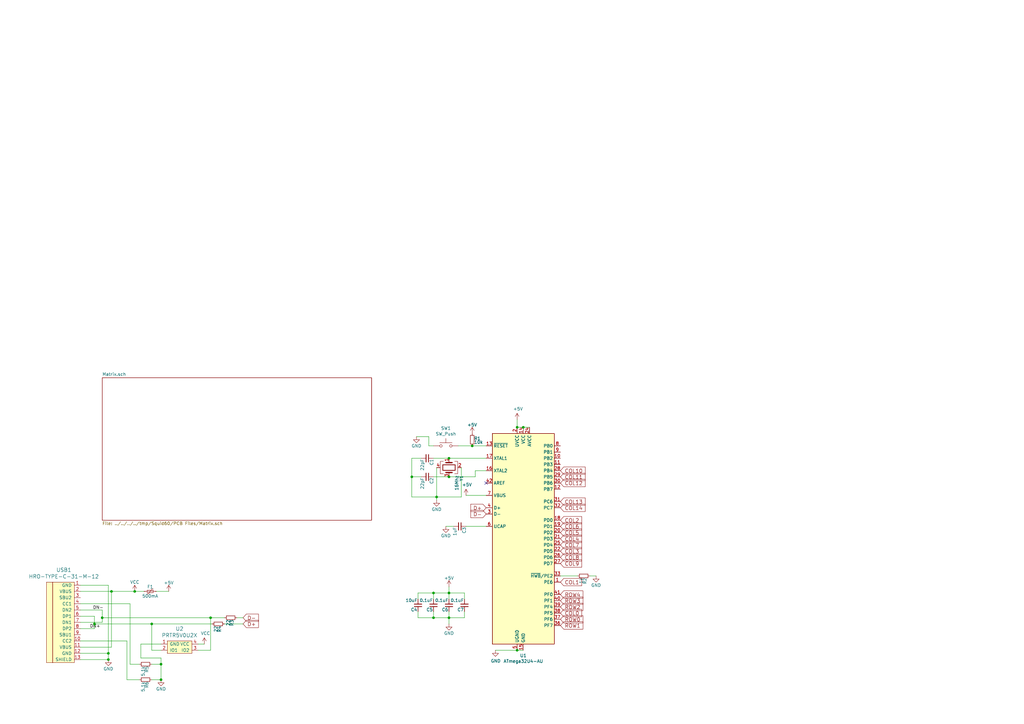
<source format=kicad_sch>
(kicad_sch (version 20230121) (generator eeschema)
  (paper "A3")
  (lib_symbols
    (symbol "Device:C_Small" (pin_numbers hide) (pin_names (offset 0.254) hide)
      (property "Reference" "C" (at 0.254 1.778 0))
      (property "Value" "C_Small" (at 0.254 -2.032 0))
      (symbol "C_Small_0_1"
        (polyline (pts (xy -1.524 -0.508) (xy 1.524 -0.508)) (stroke (width 0.3302)))
        (polyline (pts (xy -1.524 0.508) (xy 1.524 0.508)) (stroke (width 0.3048)))
      )
      (symbol "C_Small_1_1"
        (pin passive line (at 0 2.54 270) (length 2.032) (name "~") (number "1"))
        (pin passive line (at 0 -2.54 90) (length 2.032) (name "~") (number "2"))
      )
    )
    (symbol "Device:Crystal_GND24" (pin_names (offset 1.016) hide)
      (property "Reference" "Y" (at 3.175 5.08 0))
      (property "Value" "Crystal_GND24" (at 3.175 3.175 0))
      (symbol "Crystal_GND24_0_1"
        (rectangle (start -1.143 2.54) (end 1.143 -2.54) (stroke (width 0.3048)))
        (polyline (pts (xy -2.54 0) (xy -2.032 0)))
        (polyline (pts (xy -2.032 -1.27) (xy -2.032 1.27)) (stroke (width 0.508)))
        (polyline (pts (xy 0 -3.81) (xy 0 -3.556)))
        (polyline (pts (xy 0 3.556) (xy 0 3.81)))
        (polyline (pts (xy 2.032 -1.27) (xy 2.032 1.27)) (stroke (width 0.508)))
        (polyline (pts (xy 2.032 0) (xy 2.54 0)))
        (polyline (pts (xy -2.54 -2.286) (xy -2.54 -3.556) (xy 2.54 -3.556) (xy 2.54 -2.286)))
        (polyline (pts (xy -2.54 2.286) (xy -2.54 3.556) (xy 2.54 3.556) (xy 2.54 2.286)))
      )
      (symbol "Crystal_GND24_1_1"
        (pin passive line (at -3.81 0 0) (length 1.27) (name "1") (number "1"))
        (pin passive line (at 0 5.08 270) (length 1.27) (name "2") (number "2"))
        (pin passive line (at 3.81 0 180) (length 1.27) (name "3") (number "3"))
        (pin passive line (at 0 -5.08 90) (length 1.27) (name "4") (number "4"))
      )
    )
    (symbol "Device:Polyfuse_Small" (pin_numbers hide) (pin_names (offset 0))
      (property "Reference" "F" (at -1.905 0 90))
      (property "Value" "Polyfuse_Small" (at 1.905 0 90))
      (symbol "Polyfuse_Small_0_1"
        (rectangle (start -0.508 1.27) (end 0.508 -1.27))
        (polyline (pts (xy 0 2.54) (xy 0 -2.54)))
        (polyline (pts (xy -1.016 1.27) (xy -1.016 0.762) (xy 1.016 -0.762) (xy 1.016 -1.27)))
      )
      (symbol "Polyfuse_Small_1_1"
        (pin passive line (at 0 2.54 270) (length 0.635) (name "~") (number "1"))
        (pin passive line (at 0 -2.54 90) (length 0.635) (name "~") (number "2"))
      )
    )
    (symbol "Device:R_Small" (pin_numbers hide) (pin_names (offset 0.254) hide)
      (property "Reference" "R" (at 0.762 0.508 0))
      (property "Value" "R_Small" (at 0.762 -1.016 0))
      (symbol "R_Small_0_1"
        (rectangle (start -0.762 1.778) (end 0.762 -1.778) (stroke (width 0.2032)))
      )
      (symbol "R_Small_1_1"
        (pin passive line (at 0 2.54 270) (length 0.762) (name "~") (number "1"))
        (pin passive line (at 0 -2.54 90) (length 0.762) (name "~") (number "2"))
      )
    )
    (symbol "Squid60-rescue:ATmega32U4-AU-MCU_Microchip_ATmega"
      (property "Reference" "U" (at -12.7 44.45 0))
      (property "Value" "MCU_Microchip_ATmega_ATmega32U4-AU" (at 2.54 -44.45 0))
      (symbol "ATmega32U4-AU-MCU_Microchip_ATmega_0_1"
        (rectangle (start -12.7 -43.18) (end 12.7 43.18) (stroke (width 0.254)) (fill (type background)))
      )
      (symbol "ATmega32U4-AU-MCU_Microchip_ATmega_1_1"
        (pin bidirectional line (at 15.24 -17.78 180) (length 2.54) (name "PE6") (number "1"))
        (pin bidirectional line (at 15.24 33.02 180) (length 2.54) (name "PB2") (number "10"))
        (pin bidirectional line (at 15.24 30.48 180) (length 2.54) (name "PB3") (number "11"))
        (pin bidirectional line (at 15.24 20.32 180) (length 2.54) (name "PB7") (number "12"))
        (pin input line (at -15.24 38.1 0) (length 2.54) (name "~{RESET}") (number "13"))
        (pin power_in line (at 0 45.72 270) (length 2.54) (name "VCC") (number "14"))
        (pin power_in line (at 0 -45.72 90) (length 2.54) (name "GND") (number "15"))
        (pin output line (at -15.24 27.94 0) (length 2.54) (name "XTAL2") (number "16"))
        (pin input line (at -15.24 33.02 0) (length 2.54) (name "XTAL1") (number "17"))
        (pin bidirectional line (at 15.24 7.62 180) (length 2.54) (name "PD0") (number "18"))
        (pin bidirectional line (at 15.24 5.08 180) (length 2.54) (name "PD1") (number "19"))
        (pin power_in line (at -2.54 45.72 270) (length 2.54) (name "UVCC") (number "2"))
        (pin bidirectional line (at 15.24 2.54 180) (length 2.54) (name "PD2") (number "20"))
        (pin bidirectional line (at 15.24 0 180) (length 2.54) (name "PD3") (number "21"))
        (pin bidirectional line (at 15.24 -5.08 180) (length 2.54) (name "PD5") (number "22"))
        (pin passive line (at 0 -45.72 90) (length 2.54) hide (name "GND") (number "23"))
        (pin power_in line (at 2.54 45.72 270) (length 2.54) (name "AVCC") (number "24"))
        (pin bidirectional line (at 15.24 -2.54 180) (length 2.54) (name "PD4") (number "25"))
        (pin bidirectional line (at 15.24 -7.62 180) (length 2.54) (name "PD6") (number "26"))
        (pin bidirectional line (at 15.24 -10.16 180) (length 2.54) (name "PD7") (number "27"))
        (pin bidirectional line (at 15.24 27.94 180) (length 2.54) (name "PB4") (number "28"))
        (pin bidirectional line (at 15.24 25.4 180) (length 2.54) (name "PB5") (number "29"))
        (pin bidirectional line (at -15.24 10.16 0) (length 2.54) (name "D-") (number "3"))
        (pin bidirectional line (at 15.24 22.86 180) (length 2.54) (name "PB6") (number "30"))
        (pin bidirectional line (at 15.24 15.24 180) (length 2.54) (name "PC6") (number "31"))
        (pin bidirectional line (at 15.24 12.7 180) (length 2.54) (name "PC7") (number "32"))
        (pin bidirectional line (at 15.24 -15.24 180) (length 2.54) (name "~{HWB}/PE2") (number "33"))
        (pin passive line (at 0 45.72 270) (length 2.54) hide (name "VCC") (number "34"))
        (pin passive line (at 0 -45.72 90) (length 2.54) hide (name "GND") (number "35"))
        (pin bidirectional line (at 15.24 -35.56 180) (length 2.54) (name "PF7") (number "36"))
        (pin bidirectional line (at 15.24 -33.02 180) (length 2.54) (name "PF6") (number "37"))
        (pin bidirectional line (at 15.24 -30.48 180) (length 2.54) (name "PF5") (number "38"))
        (pin bidirectional line (at 15.24 -27.94 180) (length 2.54) (name "PF4") (number "39"))
        (pin bidirectional line (at -15.24 12.7 0) (length 2.54) (name "D+") (number "4"))
        (pin bidirectional line (at 15.24 -25.4 180) (length 2.54) (name "PF1") (number "40"))
        (pin bidirectional line (at 15.24 -22.86 180) (length 2.54) (name "PF0") (number "41"))
        (pin passive line (at -15.24 22.86 0) (length 2.54) (name "AREF") (number "42"))
        (pin passive line (at 0 -45.72 90) (length 2.54) hide (name "GND") (number "43"))
        (pin passive line (at 2.54 45.72 270) (length 2.54) hide (name "AVCC") (number "44"))
        (pin passive line (at -2.54 -45.72 90) (length 2.54) (name "UGND") (number "5"))
        (pin passive line (at -15.24 5.08 0) (length 2.54) (name "UCAP") (number "6"))
        (pin input line (at -15.24 17.78 0) (length 2.54) (name "VBUS") (number "7"))
        (pin bidirectional line (at 15.24 38.1 180) (length 2.54) (name "PB0") (number "8"))
        (pin bidirectional line (at 15.24 35.56 180) (length 2.54) (name "PB1") (number "9"))
      )
    )
    (symbol "Switch:SW_Push" (pin_numbers hide) (pin_names (offset 1.016) hide)
      (property "Reference" "SW" (at 1.27 2.54 0))
      (property "Value" "SW_Push" (at 0 -1.524 0))
      (symbol "SW_Push_0_1"
        (circle (center -2.032 0) (radius 0.508))
        (polyline (pts (xy 0 1.27) (xy 0 3.048)))
        (polyline (pts (xy 2.54 1.27) (xy -2.54 1.27)))
        (circle (center 2.032 0) (radius 0.508))
        (pin passive line (at -5.08 0 0) (length 2.54) (name "1") (number "1"))
        (pin passive line (at 5.08 0 180) (length 2.54) (name "2") (number "2"))
      )
    )
    (symbol "Type-C:HRO-TYPE-C-31-M-12" (pin_names (offset 1.016))
      (property "Reference" "USB" (at -5.08 16.51 0))
      (property "Value" "HRO-TYPE-C-31-M-12" (at -10.16 -1.27 90))
      (symbol "HRO-TYPE-C-31-M-12_0_1"
        (rectangle (start -11.43 15.24) (end -8.89 -17.78) (fill (type background)))
        (rectangle (start 0 -17.78) (end -8.89 15.24) (fill (type background)))
      )
      (symbol "HRO-TYPE-C-31-M-12_1_1"
        (pin input line (at 2.54 13.97 180) (length 2.54) (name "GND") (number "1"))
        (pin input line (at 2.54 -8.89 180) (length 2.54) (name "CC2") (number "10"))
        (pin input line (at 2.54 -11.43 180) (length 2.54) (name "VBUS") (number "11"))
        (pin input line (at 2.54 -13.97 180) (length 2.54) (name "GND") (number "12"))
        (pin input line (at 2.54 -16.51 180) (length 2.54) (name "SHIELD") (number "13"))
        (pin input line (at 2.54 11.43 180) (length 2.54) (name "VBUS") (number "2"))
        (pin input line (at 2.54 8.89 180) (length 2.54) (name "SBU2") (number "3"))
        (pin input line (at 2.54 6.35 180) (length 2.54) (name "CC1") (number "4"))
        (pin input line (at 2.54 3.81 180) (length 2.54) (name "DN2") (number "5"))
        (pin input line (at 2.54 1.27 180) (length 2.54) (name "DP1") (number "6"))
        (pin input line (at 2.54 -1.27 180) (length 2.54) (name "DN1") (number "7"))
        (pin input line (at 2.54 -3.81 180) (length 2.54) (name "DP2") (number "8"))
        (pin input line (at 2.54 -6.35 180) (length 2.54) (name "SBU1") (number "9"))
      )
    )
    (symbol "power:+5V" (power) (pin_names (offset 0))
      (property "Value" "+5V" (at 0 3.556 0))
      (symbol "+5V_0_1"
        (polyline (pts (xy -0.762 1.27) (xy 0 2.54)))
        (polyline (pts (xy 0 0) (xy 0 2.54)))
        (polyline (pts (xy 0 2.54) (xy 0.762 1.27)))
      )
      (symbol "+5V_1_1"
        (pin power_in line (at 0 0 90) (length 0) hide (name "+5V") (number "1"))
      )
    )
    (symbol "power:GND" (power) (pin_names (offset 0))
      (property "Value" "GND" (at 0 -3.81 0))
      (symbol "GND_0_1"
        (polyline (pts (xy 0 0) (xy 0 -1.27) (xy 1.27 -1.27) (xy 0 -2.54) (xy -1.27 -1.27) (xy 0 -1.27)))
      )
      (symbol "GND_1_1"
        (pin power_in line (at 0 0 270) (length 0) hide (name "GND") (number "1"))
      )
    )
    (symbol "power:VCC" (power) (pin_names (offset 0))
      (property "Value" "VCC" (at 0 3.81 0))
      (symbol "VCC_0_1"
        (polyline (pts (xy -0.762 1.27) (xy 0 2.54)))
        (polyline (pts (xy 0 0) (xy 0 2.54)))
        (polyline (pts (xy 0 2.54) (xy 0.762 1.27)))
      )
      (symbol "VCC_1_1"
        (pin power_in line (at 0 0 90) (length 0) hide (name "VCC") (number "1"))
      )
    )
    (symbol "random-keyboard-parts:PRTR5V0U2X" (pin_names (offset 1.016))
      (property "Reference" "U" (at 0 3.81 0))
      (property "Value" "PRTR5V0U2X" (at 0 -3.81 0))
      (symbol "PRTR5V0U2X_0_1"
        (rectangle (start -5.08 2.54) (end 5.08 -2.54) (fill (type background)))
      )
      (symbol "PRTR5V0U2X_1_1"
        (pin input line (at -7.62 1.27 0) (length 2.54) (name "GND") (number "1"))
        (pin input line (at -7.62 -1.27 0) (length 2.54) (name "IO1") (number "2"))
        (pin input line (at 7.62 -1.27 180) (length 2.54) (name "IO2") (number "3"))
        (pin input line (at 7.62 1.27 180) (length 2.54) (name "VCC") (number "4"))
      )
    )
  )
  (junction (at 177.8 253.365))
  (junction (at 62.23 255.905))
  (junction (at 212.09 175.26))
  (junction (at 177.8 243.205))
  (junction (at 184.15 243.205))
  (junction (at 193.675 182.88))
  (junction (at 66.04 278.765))
  (junction (at 179.07 203.835))
  (junction (at 44.45 270.51))
  (junction (at 38.735 255.905))
  (junction (at 45.72 242.57))
  (junction (at 168.91 195.58))
  (junction (at 184.15 253.365))
  (junction (at 212.09 266.7))
  (junction (at 184.15 195.58))
  (junction (at 44.45 267.97))
  (junction (at 41.91 253.365))
  (junction (at 66.04 272.415))
  (junction (at 55.245 242.57))
  (junction (at 86.36 253.365))
  (junction (at 184.15 187.96))
  (junction (at 214.63 175.26))
  (no_connect (at 199.39 198.12))
  (wire (pts (xy 236.855 236.22) (xy 229.87 236.22)))
  (wire (pts (xy 177.8 187.96) (xy 184.15 187.96)))
  (wire (pts (xy 52.07 278.765) (xy 57.15 278.765)))
  (wire (pts (xy 187.96 182.88) (xy 193.675 182.88)))
  (wire (pts (xy 184.15 253.365) (xy 190.5 253.365)))
  (wire (pts (xy 45.72 265.43) (xy 33.02 265.43)))
  (wire (pts (xy 177.8 253.365) (xy 184.15 253.365)))
  (wire (pts (xy 45.72 242.57) (xy 45.72 265.43)))
  (wire (pts (xy 66.04 278.765) (xy 62.23 278.765)))
  (wire (pts (xy 44.45 240.03) (xy 33.02 240.03)))
  (wire (pts (xy 182.88 215.9) (xy 186.055 215.9)))
  (wire (pts (xy 44.45 240.03) (xy 44.45 267.97)))
  (wire (pts (xy 66.04 272.415) (xy 66.04 269.875)))
  (wire (pts (xy 69.215 242.57) (xy 64.135 242.57)))
  (wire (pts (xy 66.04 266.7) (xy 62.23 266.7)))
  (wire (pts (xy 83.82 264.16) (xy 81.28 264.16)))
  (wire (pts (xy 171.45 253.365) (xy 171.45 250.825)))
  (wire (pts (xy 57.785 269.875) (xy 57.785 264.16)))
  (wire (pts (xy 38.735 257.81) (xy 33.02 257.81)))
  (wire (pts (xy 203.2 266.7) (xy 212.09 266.7)))
  (wire (pts (xy 194.945 195.58) (xy 184.15 195.58)))
  (wire (pts (xy 62.23 272.415) (xy 66.04 272.415)))
  (wire (pts (xy 177.8 250.825) (xy 177.8 253.365)))
  (wire (pts (xy 33.02 267.97) (xy 44.45 267.97)))
  (wire (pts (xy 179.07 191.77) (xy 179.07 203.835)))
  (wire (pts (xy 55.245 242.57) (xy 59.055 242.57)))
  (wire (pts (xy 184.15 243.205) (xy 190.5 243.205)))
  (wire (pts (xy 33.02 262.89) (xy 52.07 262.89)))
  (wire (pts (xy 184.15 240.665) (xy 184.15 243.205)))
  (wire (pts (xy 92.075 255.905) (xy 99.695 255.905)))
  (wire (pts (xy 41.91 253.365) (xy 41.91 250.19)))
  (wire (pts (xy 168.91 195.58) (xy 172.72 195.58)))
  (wire (pts (xy 97.155 253.365) (xy 99.695 253.365)))
  (wire (pts (xy 171.45 243.205) (xy 177.8 243.205)))
  (wire (pts (xy 175.895 179.07) (xy 175.895 182.88)))
  (wire (pts (xy 217.17 175.26) (xy 214.63 175.26)))
  (wire (pts (xy 41.91 255.27) (xy 41.91 253.365)))
  (wire (pts (xy 193.675 182.88) (xy 199.39 182.88)))
  (wire (pts (xy 244.475 236.22) (xy 241.935 236.22)))
  (wire (pts (xy 86.36 266.7) (xy 86.36 253.365)))
  (wire (pts (xy 171.45 245.745) (xy 171.45 243.205)))
  (wire (pts (xy 212.09 266.7) (xy 214.63 266.7)))
  (wire (pts (xy 66.04 269.875) (xy 57.785 269.875)))
  (wire (pts (xy 194.945 193.04) (xy 194.945 195.58)))
  (wire (pts (xy 38.735 255.905) (xy 62.23 255.905)))
  (wire (pts (xy 214.63 175.26) (xy 212.09 175.26)))
  (wire (pts (xy 177.8 243.205) (xy 177.8 245.745)))
  (wire (pts (xy 33.02 252.73) (xy 38.735 252.73)))
  (wire (pts (xy 33.02 242.57) (xy 45.72 242.57)))
  (wire (pts (xy 212.09 172.085) (xy 212.09 175.26)))
  (wire (pts (xy 184.15 243.205) (xy 184.15 245.745)))
  (wire (pts (xy 41.91 253.365) (xy 86.36 253.365)))
  (wire (pts (xy 170.815 179.07) (xy 175.895 179.07)))
  (wire (pts (xy 199.39 203.2) (xy 191.135 203.2)))
  (wire (pts (xy 194.945 193.04) (xy 199.39 193.04)))
  (wire (pts (xy 53.34 247.65) (xy 53.34 272.415)))
  (wire (pts (xy 184.15 250.825) (xy 184.15 253.365)))
  (wire (pts (xy 189.23 203.835) (xy 189.23 191.77)))
  (wire (pts (xy 52.07 262.89) (xy 52.07 278.765)))
  (wire (pts (xy 45.72 242.57) (xy 55.245 242.57)))
  (wire (pts (xy 66.04 272.415) (xy 66.04 278.765)))
  (wire (pts (xy 179.07 203.835) (xy 179.07 205.105)))
  (wire (pts (xy 38.735 252.73) (xy 38.735 255.905)))
  (wire (pts (xy 81.28 266.7) (xy 86.36 266.7)))
  (wire (pts (xy 62.23 266.7) (xy 62.23 255.905)))
  (wire (pts (xy 184.15 187.96) (xy 199.39 187.96)))
  (wire (pts (xy 44.45 267.97) (xy 44.45 270.51)))
  (wire (pts (xy 175.895 182.88) (xy 177.8 182.88)))
  (wire (pts (xy 177.8 243.205) (xy 184.15 243.205)))
  (wire (pts (xy 44.45 270.51) (xy 33.02 270.51)))
  (wire (pts (xy 62.23 255.905) (xy 86.995 255.905)))
  (wire (pts (xy 171.45 253.365) (xy 177.8 253.365)))
  (wire (pts (xy 33.02 255.27) (xy 41.91 255.27)))
  (wire (pts (xy 33.02 247.65) (xy 53.34 247.65)))
  (wire (pts (xy 86.36 253.365) (xy 92.075 253.365)))
  (wire (pts (xy 168.91 195.58) (xy 168.91 203.835)))
  (wire (pts (xy 190.5 243.205) (xy 190.5 245.745)))
  (wire (pts (xy 53.34 272.415) (xy 57.15 272.415)))
  (wire (pts (xy 168.91 203.835) (xy 179.07 203.835)))
  (wire (pts (xy 190.5 253.365) (xy 190.5 250.825)))
  (wire (pts (xy 184.15 195.58) (xy 177.8 195.58)))
  (wire (pts (xy 179.07 203.835) (xy 189.23 203.835)))
  (wire (pts (xy 38.735 255.905) (xy 38.735 257.81)))
  (wire (pts (xy 172.72 187.96) (xy 168.91 187.96)))
  (wire (pts (xy 168.91 187.96) (xy 168.91 195.58)))
  (wire (pts (xy 191.135 215.9) (xy 199.39 215.9)))
  (wire (pts (xy 41.91 250.19) (xy 33.02 250.19)))
  (wire (pts (xy 184.15 253.365) (xy 184.15 255.905)))
  (wire (pts (xy 57.785 264.16) (xy 66.04 264.16)))
  (label "DN-" (at 38.1 250.19 0))
  (label "DN+" (at 36.83 257.81 0))
  (global_label "D+" (shape input) (at 99.695 255.905 0) (effects (font (size 1.524 1.524))) (property "Intersheetrefs" "${INTERSHEET_REFS}" (effects hide)))
  (global_label "COL7" (shape input) (at 229.87 223.52 0) (effects (font (size 1.524 1.524))) (property "Intersheetrefs" "${INTERSHEET_REFS}" (effects hide)))
  (global_label "D+" (shape input) (at 199.39 208.28 180) (effects (font (size 1.524 1.524))) (property "Intersheetrefs" "${INTERSHEET_REFS}" (effects hide)))
  (global_label "COL3" (shape input) (at 229.87 226.06 0) (effects (font (size 1.524 1.524))) (property "Intersheetrefs" "${INTERSHEET_REFS}" (effects hide)))
  (global_label "D-" (shape input) (at 199.39 210.82 180) (effects (font (size 1.524 1.524))) (property "Intersheetrefs" "${INTERSHEET_REFS}" (effects hide)))
  (global_label "ROW0" (shape input) (at 229.87 254 0) (effects (font (size 1.524 1.524))) (property "Intersheetrefs" "${INTERSHEET_REFS}" (effects hide)))
  (global_label "COL8" (shape input) (at 229.87 228.6 0) (effects (font (size 1.524 1.524))) (property "Intersheetrefs" "${INTERSHEET_REFS}" (effects hide)))
  (global_label "ROW2" (shape input) (at 229.87 248.92 0) (effects (font (size 1.524 1.524))) (property "Intersheetrefs" "${INTERSHEET_REFS}" (effects hide)))
  (global_label "COL5" (shape input) (at 229.87 218.44 0) (effects (font (size 1.524 1.524))) (property "Intersheetrefs" "${INTERSHEET_REFS}" (effects hide)))
  (global_label "COL11" (shape input) (at 229.87 195.58 0) (effects (font (size 1.524 1.524))) (property "Intersheetrefs" "${INTERSHEET_REFS}" (effects hide)))
  (global_label "COL12" (shape input) (at 229.87 198.12 0) (effects (font (size 1.524 1.524))) (property "Intersheetrefs" "${INTERSHEET_REFS}" (effects hide)))
  (global_label "COL14" (shape input) (at 229.87 208.28 0) (effects (font (size 1.524 1.524))) (property "Intersheetrefs" "${INTERSHEET_REFS}" (effects hide)))
  (global_label "COL6" (shape input) (at 229.87 215.9 0) (effects (font (size 1.524 1.524))) (property "Intersheetrefs" "${INTERSHEET_REFS}" (effects hide)))
  (global_label "ROW1" (shape input) (at 229.87 256.54 0) (effects (font (size 1.524 1.524))) (property "Intersheetrefs" "${INTERSHEET_REFS}" (effects hide)))
  (global_label "COL4" (shape input) (at 229.87 220.98 0) (effects (font (size 1.524 1.524))) (property "Intersheetrefs" "${INTERSHEET_REFS}" (effects hide)))
  (global_label "D-" (shape input) (at 99.695 253.365 0) (effects (font (size 1.524 1.524))) (property "Intersheetrefs" "${INTERSHEET_REFS}" (effects hide)))
  (global_label "COL1" (shape input) (at 229.87 238.76 0) (effects (font (size 1.524 1.524))) (property "Intersheetrefs" "${INTERSHEET_REFS}" (effects hide)))
  (global_label "COL0" (shape input) (at 229.87 251.46 0) (effects (font (size 1.524 1.524))) (property "Intersheetrefs" "${INTERSHEET_REFS}" (effects hide)))
  (global_label "COL10" (shape input) (at 229.87 193.04 0) (effects (font (size 1.524 1.524))) (property "Intersheetrefs" "${INTERSHEET_REFS}" (effects hide)))
  (global_label "COL2" (shape input) (at 229.87 213.36 0) (effects (font (size 1.524 1.524))) (property "Intersheetrefs" "${INTERSHEET_REFS}" (effects hide)))
  (global_label "ROW4" (shape input) (at 229.87 243.84 0) (effects (font (size 1.524 1.524))) (property "Intersheetrefs" "${INTERSHEET_REFS}" (effects hide)))
  (global_label "COL9" (shape input) (at 229.87 231.14 0) (effects (font (size 1.524 1.524))) (property "Intersheetrefs" "${INTERSHEET_REFS}" (effects hide)))
  (global_label "COL13" (shape input) (at 229.87 205.74 0) (effects (font (size 1.524 1.524))) (property "Intersheetrefs" "${INTERSHEET_REFS}" (effects hide)))
  (global_label "ROW3" (shape input) (at 229.87 246.38 0) (effects (font (size 1.524 1.524))) (property "Intersheetrefs" "${INTERSHEET_REFS}" (effects hide)))
  (symbol (lib_id "Device:C_Small") (at 188.595 215.9 270) (unit 1)
    (property "Reference" "C3" (at 190.373 216.154 0) (effects (justify left)))
    (property "Value" "1uF" (at 186.563 216.154 0) (effects (justify left)))
    (property "Footprint" "Capacitor_SMD:C_0805_2012Metric" (effects hide))
  )
  (symbol (lib_id "power:GND") (at 182.88 215.9 0) (unit 1)
    (property "Reference" "#PWR06" (effects hide))
    (property "Value" "GND" (at 182.88 219.71 0))
  )
  (symbol (lib_id "Device:R_Small") (at 193.675 180.34 0) (unit 1)
    (property "Reference" "R1" (at 194.437 179.832 0) (effects (justify left)))
    (property "Value" "10k" (at 194.437 181.356 0) (effects (justify left)))
    (property "Footprint" "Resistor_SMD:R_0805_2012Metric" (effects hide))
  )
  (symbol (lib_id "power:+5V") (at 193.675 177.8 0) (unit 1)
    (property "Reference" "#PWR02" (effects hide))
    (property "Value" "+5V" (at 193.675 174.244 0))
  )
  (symbol (lib_id "power:GND") (at 170.815 179.07 0) (unit 1)
    (property "Reference" "#PWR03" (effects hide))
    (property "Value" "GND" (at 170.815 182.88 0))
  )
  (symbol (lib_id "Device:Crystal_GND24") (at 184.15 191.77 270) (unit 1)
    (property "Reference" "Y1" (at 189.23 194.945 0) (effects (justify left)))
    (property "Value" "16Mhz" (at 187.325 194.945 0) (effects (justify left)))
    (property "Footprint" "Crystal:Crystal_SMD_3225-4Pin_3.2x2.5mm" (effects hide))
  )
  (symbol (lib_id "Device:C_Small") (at 175.26 187.96 270) (unit 1)
    (property "Reference" "C1" (at 177.038 188.214 0) (effects (justify left)))
    (property "Value" "22pF" (at 173.228 188.214 0) (effects (justify left)))
    (property "Footprint" "Capacitor_SMD:C_0805_2012Metric" (effects hide))
  )
  (symbol (lib_id "Device:C_Small") (at 175.26 195.58 270) (unit 1)
    (property "Reference" "C2" (at 177.038 195.834 0) (effects (justify left)))
    (property "Value" "22pF" (at 173.228 195.834 0) (effects (justify left)))
    (property "Footprint" "Capacitor_SMD:C_0805_2012Metric" (effects hide))
  )
  (symbol (lib_id "power:GND") (at 179.07 205.105 0) (unit 1)
    (property "Reference" "#PWR05" (effects hide))
    (property "Value" "GND" (at 179.07 208.915 0))
  )
  (symbol (lib_id "Device:R_Small") (at 239.395 236.22 270) (unit 1)
    (property "Reference" "R2" (at 239.903 236.982 0) (effects (justify left)))
    (property "Value" "1k" (at 238.379 236.982 0) (effects (justify left)))
    (property "Footprint" "Resistor_SMD:R_0805_2012Metric" (effects hide))
  )
  (symbol (lib_id "power:GND") (at 244.475 236.22 0) (unit 1)
    (property "Reference" "#PWR07" (effects hide))
    (property "Value" "GND" (at 244.475 240.03 0))
  )
  (symbol (lib_id "Device:C_Small") (at 177.8 248.285 180) (unit 1)
    (property "Reference" "C5" (at 177.546 250.063 0) (effects (justify left)))
    (property "Value" "0.1uF" (at 177.546 246.253 0) (effects (justify left)))
    (property "Footprint" "Capacitor_SMD:C_0805_2012Metric" (effects hide))
  )
  (symbol (lib_id "Device:C_Small") (at 184.15 248.285 180) (unit 1)
    (property "Reference" "C6" (at 183.896 250.063 0) (effects (justify left)))
    (property "Value" "0.1uF" (at 183.896 246.253 0) (effects (justify left)))
    (property "Footprint" "Capacitor_SMD:C_0805_2012Metric" (effects hide))
  )
  (symbol (lib_id "Device:C_Small") (at 190.5 248.285 180) (unit 1)
    (property "Reference" "C7" (at 190.246 250.063 0) (effects (justify left)))
    (property "Value" "0.1uF" (at 190.246 246.253 0) (effects (justify left)))
    (property "Footprint" "Capacitor_SMD:C_0805_2012Metric" (effects hide))
  )
  (symbol (lib_id "power:GND") (at 184.15 255.905 0) (unit 1)
    (property "Reference" "#PWR011" (effects hide))
    (property "Value" "GND" (at 184.15 259.715 0))
  )
  (symbol (lib_id "power:+5V") (at 184.15 240.665 0) (unit 1)
    (property "Reference" "#PWR08" (effects hide))
    (property "Value" "+5V" (at 184.15 237.109 0))
  )
  (symbol (lib_id "Device:C_Small") (at 171.45 248.285 180) (unit 1)
    (property "Reference" "C4" (at 171.196 250.063 0) (effects (justify left)))
    (property "Value" "10uF" (at 171.196 246.253 0) (effects (justify left)))
    (property "Footprint" "Capacitor_SMD:C_0805_2012Metric" (effects hide))
  )
  (symbol (lib_id "Device:Polyfuse_Small") (at 61.595 242.57 270) (unit 1)
    (property "Reference" "F1" (at 61.595 240.665 90))
    (property "Value" "500mA" (at 61.595 244.475 90))
    (property "Footprint" "Fuse:Fuse_1206_3216Metric" (effects hide))
  )
  (symbol (lib_id "power:+5V") (at 69.215 242.57 0) (unit 1)
    (property "Reference" "#PWR010" (effects hide))
    (property "Value" "+5V" (at 69.215 239.014 0))
  )
  (symbol (lib_id "power:VCC") (at 55.245 242.57 0) (unit 1)
    (property "Reference" "#PWR09" (effects hide))
    (property "Value" "VCC" (at 55.245 238.76 0))
  )
  (symbol (lib_id "Device:R_Small") (at 94.615 253.365 270) (unit 1)
    (property "Reference" "R3" (at 95.123 254.127 0) (effects (justify left)))
    (property "Value" "22" (at 93.599 254.127 0) (effects (justify left)))
    (property "Footprint" "Resistor_SMD:R_0805_2012Metric" (effects hide))
  )
  (symbol (lib_id "Device:R_Small") (at 89.535 255.905 270) (unit 1)
    (property "Reference" "R4" (at 90.043 256.667 0) (effects (justify left)))
    (property "Value" "22" (at 88.519 256.667 0) (effects (justify left)))
    (property "Footprint" "Resistor_SMD:R_0805_2012Metric" (effects hide))
  )
  (symbol (lib_id "power:GND") (at 44.45 270.51 0) (unit 1)
    (property "Reference" "#PWR014" (effects hide))
    (property "Value" "GND" (at 44.45 274.32 0))
  )
  (symbol (lib_id "Device:R_Small") (at 59.69 272.415 270) (unit 1)
    (property "Reference" "R5" (at 60.198 273.177 0) (effects (justify left)))
    (property "Value" "5.1k" (at 58.674 273.177 0) (effects (justify left)))
    (property "Footprint" "Resistor_SMD:R_0805_2012Metric" (effects hide))
  )
  (symbol (lib_id "Device:R_Small") (at 59.69 278.765 270) (unit 1)
    (property "Reference" "R6" (at 60.198 279.527 0) (effects (justify left)))
    (property "Value" "5.1k" (at 58.674 279.527 0) (effects (justify left)))
    (property "Footprint" "Resistor_SMD:R_0805_2012Metric" (effects hide))
  )
  (symbol (lib_id "power:GND") (at 66.04 278.765 0) (unit 1)
    (property "Reference" "#PWR015" (effects hide))
    (property "Value" "GND" (at 66.04 282.575 0))
  )
  (symbol (lib_id "Type-C:HRO-TYPE-C-31-M-12") (at 30.48 254 0) (unit 1)
    (property "Reference" "USB1" (at 26.1874 233.7562 0) (effects (font (size 1.524 1.524))))
    (property "Value" "HRO-TYPE-C-31-M-12" (at 26.1874 236.4486 0) (effects (font (size 1.524 1.524))))
    (property "Footprint" "Type-C:HRO-TYPE-C-31-M-12-Assembly" (effects hide))
  )
  (symbol (lib_id "random-keyboard-parts:PRTR5V0U2X") (at 73.66 265.43 0) (unit 1)
    (property "Reference" "U2" (at 73.66 257.8862 0) (effects (font (size 1.524 1.524))))
    (property "Value" "PRTR5V0U2X" (at 73.66 260.5786 0) (effects (font (size 1.524 1.524))))
    (property "Footprint" "random-keyboard-parts:SOT143B" (effects hide))
  )
  (symbol (lib_id "Switch:SW_Push") (at 182.88 182.88 0) (unit 1)
    (property "Reference" "SW1" (at 182.88 175.641 0))
    (property "Value" "SW_Push" (at 182.88 177.9524 0))
    (property "Footprint" "Connector_PinSocket_2.00mm:PinSocket_1x02_P2.00mm_Vertical" (effects hide))
  )
  (symbol (lib_id "power:VCC") (at 83.82 264.16 0) (unit 1)
    (property "Reference" "#PWR012" (effects hide))
    (property "Value" "VCC" (at 84.2518 259.7658 0))
  )
  (symbol (lib_id "power:+5V") (at 212.09 172.085 0) (unit 1)
    (property "Reference" "#PWR01" (effects hide))
    (property "Value" "+5V" (at 212.471 167.6908 0))
  )
  (symbol (lib_id "power:+5V") (at 191.135 203.2 0) (unit 1)
    (property "Reference" "#PWR04" (effects hide))
    (property "Value" "+5V" (at 191.516 198.8058 0))
  )
  (symbol (lib_id "power:GND") (at 203.2 266.7 0) (unit 1)
    (property "Reference" "#PWR013" (effects hide))
    (property "Value" "GND" (at 203.327 271.0942 0))
  )
  (symbol (lib_id "Squid60-rescue:ATmega32U4-AU-MCU_Microchip_ATmega") (at 214.63 220.98 0) (unit 1)
    (property "Reference" "U1" (at 214.63 268.8844 0))
    (property "Value" "ATmega32U4-AU" (at 214.63 271.1958 0))
    (property "Footprint" "Package_QFP:TQFP-44_10x10mm_P0.8mm" (effects hide))
    (property "Datasheet" "http://ww1.microchip.com/downloads/en/DeviceDoc/Atmel-7766-8-bit-AVR-ATmega16U4-32U4_Datasheet.pdf" (effects hide))
  )
  (sheet (at 41.91 154.94) (size 110.49 58.42)
    (property "Sheetname" "Matrix.sch" (at 41.91 154.2284 0) (effects (justify left bottom)))
    (property "Sheetfile" "../../../../tmp/Squid60/PCB Files/Matrix.sch" (at 41.91 213.9446 0) (effects (justify left top)))
  )
)
</source>
